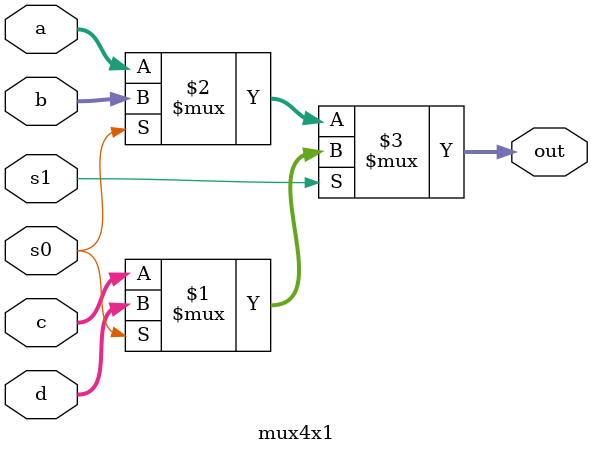
<source format=v>
module mux4x1(input [6:0] a, b, c, d, input s0, s1, output[6:0] out);
// 11 d
//10 c
//01 b
//00 a

assign out= (s1)? ((s0)? d:c ): ((s0)? b:a) ;
endmodule

</source>
